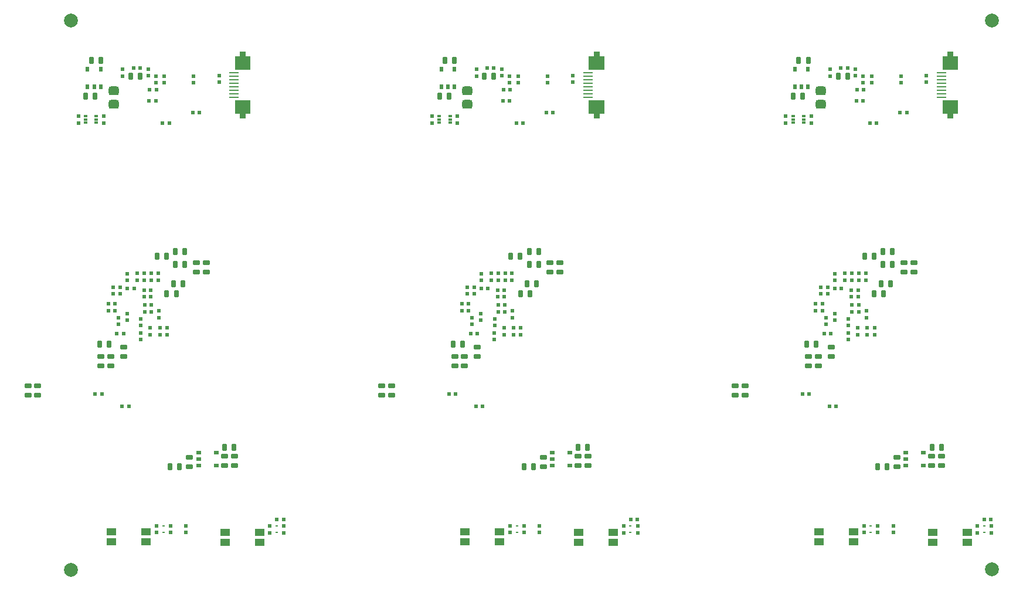
<source format=gbp>
G04 Layer_Color=128*
%FSLAX24Y24*%
%MOIN*%
G70*
G01*
G75*
G04:AMPARAMS|DCode=11|XSize=78.7mil|YSize=78.7mil|CornerRadius=39.4mil|HoleSize=0mil|Usage=FLASHONLY|Rotation=90.000|XOffset=0mil|YOffset=0mil|HoleType=Round|Shape=RoundedRectangle|*
%AMROUNDEDRECTD11*
21,1,0.0787,0.0000,0,0,90.0*
21,1,0.0000,0.0787,0,0,90.0*
1,1,0.0787,0.0000,0.0000*
1,1,0.0787,0.0000,0.0000*
1,1,0.0787,0.0000,0.0000*
1,1,0.0787,0.0000,0.0000*
%
%ADD11ROUNDEDRECTD11*%
G04:AMPARAMS|DCode=114|XSize=20mil|YSize=22mil|CornerRadius=3.4mil|HoleSize=0mil|Usage=FLASHONLY|Rotation=270.000|XOffset=0mil|YOffset=0mil|HoleType=Round|Shape=RoundedRectangle|*
%AMROUNDEDRECTD114*
21,1,0.0200,0.0152,0,0,270.0*
21,1,0.0132,0.0220,0,0,270.0*
1,1,0.0068,-0.0076,-0.0066*
1,1,0.0068,-0.0076,0.0066*
1,1,0.0068,0.0076,0.0066*
1,1,0.0068,0.0076,-0.0066*
%
%ADD114ROUNDEDRECTD114*%
G04:AMPARAMS|DCode=115|XSize=27.1mil|YSize=37.4mil|CornerRadius=4.8mil|HoleSize=0mil|Usage=FLASHONLY|Rotation=180.000|XOffset=0mil|YOffset=0mil|HoleType=Round|Shape=RoundedRectangle|*
%AMROUNDEDRECTD115*
21,1,0.0271,0.0277,0,0,180.0*
21,1,0.0175,0.0374,0,0,180.0*
1,1,0.0097,-0.0087,0.0139*
1,1,0.0097,0.0087,0.0139*
1,1,0.0097,0.0087,-0.0139*
1,1,0.0097,-0.0087,-0.0139*
%
%ADD115ROUNDEDRECTD115*%
G04:AMPARAMS|DCode=116|XSize=27.1mil|YSize=37.4mil|CornerRadius=4.8mil|HoleSize=0mil|Usage=FLASHONLY|Rotation=90.000|XOffset=0mil|YOffset=0mil|HoleType=Round|Shape=RoundedRectangle|*
%AMROUNDEDRECTD116*
21,1,0.0271,0.0277,0,0,90.0*
21,1,0.0175,0.0374,0,0,90.0*
1,1,0.0097,0.0139,0.0087*
1,1,0.0097,0.0139,-0.0087*
1,1,0.0097,-0.0139,-0.0087*
1,1,0.0097,-0.0139,0.0087*
%
%ADD116ROUNDEDRECTD116*%
G04:AMPARAMS|DCode=117|XSize=20mil|YSize=22mil|CornerRadius=3.4mil|HoleSize=0mil|Usage=FLASHONLY|Rotation=0.000|XOffset=0mil|YOffset=0mil|HoleType=Round|Shape=RoundedRectangle|*
%AMROUNDEDRECTD117*
21,1,0.0200,0.0152,0,0,0.0*
21,1,0.0132,0.0220,0,0,0.0*
1,1,0.0068,0.0066,-0.0076*
1,1,0.0068,-0.0066,-0.0076*
1,1,0.0068,-0.0066,0.0076*
1,1,0.0068,0.0066,0.0076*
%
%ADD117ROUNDEDRECTD117*%
G04:AMPARAMS|DCode=124|XSize=50mil|YSize=58mil|CornerRadius=12mil|HoleSize=0mil|Usage=FLASHONLY|Rotation=90.000|XOffset=0mil|YOffset=0mil|HoleType=Round|Shape=RoundedRectangle|*
%AMROUNDEDRECTD124*
21,1,0.0500,0.0340,0,0,90.0*
21,1,0.0260,0.0580,0,0,90.0*
1,1,0.0240,0.0170,0.0130*
1,1,0.0240,0.0170,-0.0130*
1,1,0.0240,-0.0170,-0.0130*
1,1,0.0240,-0.0170,0.0130*
%
%ADD124ROUNDEDRECTD124*%
%ADD187R,0.0531X0.0098*%
%ADD188R,0.0216X0.0315*%
%ADD189R,0.0315X0.0216*%
%ADD190R,0.0138X0.0098*%
%ADD191R,0.0531X0.0393*%
%ADD192R,0.0236X0.0118*%
G36*
X53936Y30496D02*
X53937Y30493D01*
X53938Y30491D01*
X53939Y30489D01*
X53941Y30487D01*
X53944Y30486D01*
X53946Y30486D01*
X54212D01*
Y29738D01*
X53326D01*
Y30486D01*
X53592D01*
X53595Y30486D01*
X53597Y30487D01*
X53599Y30489D01*
X53601Y30491D01*
X53602Y30493D01*
X53602Y30496D01*
Y30762D01*
X53936D01*
Y30496D01*
D02*
G37*
G36*
X33825D02*
X33825Y30493D01*
X33826Y30491D01*
X33828Y30489D01*
X33830Y30487D01*
X33832Y30486D01*
X33835Y30486D01*
X34100D01*
Y29738D01*
X33215D01*
Y30486D01*
X33481D01*
X33483Y30486D01*
X33486Y30487D01*
X33488Y30489D01*
X33489Y30491D01*
X33490Y30493D01*
X33491Y30496D01*
Y30762D01*
X33825D01*
Y30496D01*
D02*
G37*
G36*
X13713D02*
X13714Y30493D01*
X13715Y30491D01*
X13716Y30489D01*
X13719Y30487D01*
X13721Y30486D01*
X13724Y30486D01*
X13989D01*
Y29738D01*
X13104D01*
Y30486D01*
X13369D01*
X13372Y30486D01*
X13374Y30487D01*
X13376Y30489D01*
X13378Y30491D01*
X13379Y30493D01*
X13379Y30496D01*
Y30762D01*
X13713D01*
Y30496D01*
D02*
G37*
G36*
X54212Y27238D02*
X53946D01*
X53944Y27238D01*
X53941Y27237D01*
X53939Y27235D01*
X53938Y27233D01*
X53937Y27231D01*
X53936Y27228D01*
Y26963D01*
X53602D01*
Y27228D01*
X53602Y27231D01*
X53601Y27233D01*
X53599Y27235D01*
X53597Y27237D01*
X53595Y27238D01*
X53592Y27238D01*
X53326D01*
Y27986D01*
X54212D01*
Y27238D01*
D02*
G37*
G36*
X34100D02*
X33835D01*
X33832Y27238D01*
X33830Y27237D01*
X33828Y27235D01*
X33826Y27233D01*
X33825Y27231D01*
X33825Y27228D01*
Y26963D01*
X33491D01*
Y27228D01*
X33490Y27231D01*
X33489Y27233D01*
X33488Y27235D01*
X33486Y27237D01*
X33483Y27238D01*
X33481Y27238D01*
X33215D01*
Y27986D01*
X34100D01*
Y27238D01*
D02*
G37*
G36*
X13989D02*
X13724D01*
X13721Y27238D01*
X13719Y27237D01*
X13716Y27235D01*
X13715Y27233D01*
X13714Y27231D01*
X13713Y27228D01*
Y26963D01*
X13379D01*
Y27228D01*
X13379Y27231D01*
X13378Y27233D01*
X13376Y27235D01*
X13374Y27237D01*
X13372Y27238D01*
X13369Y27238D01*
X13104D01*
Y27986D01*
X13989D01*
Y27238D01*
D02*
G37*
D11*
X3789Y32519D02*
D03*
X56151D02*
D03*
Y1319D02*
D03*
X3789Y1289D02*
D03*
D114*
X10310Y3796D02*
D03*
Y3419D02*
D03*
X9237Y15046D02*
D03*
Y14669D02*
D03*
X4191Y26706D02*
D03*
Y27085D02*
D03*
X8777Y15639D02*
D03*
Y16018D02*
D03*
X8737Y17772D02*
D03*
Y18149D02*
D03*
X8347Y18146D02*
D03*
Y17769D02*
D03*
X6587Y17366D02*
D03*
Y16989D02*
D03*
X7747Y15576D02*
D03*
Y15199D02*
D03*
X6187Y16992D02*
D03*
Y17369D02*
D03*
X8827Y14672D02*
D03*
Y15049D02*
D03*
X8287Y14672D02*
D03*
Y15049D02*
D03*
X6477Y15626D02*
D03*
Y15249D02*
D03*
X7557Y17772D02*
D03*
Y18149D02*
D03*
X7957Y18146D02*
D03*
Y17769D02*
D03*
X6987Y17752D02*
D03*
Y18129D02*
D03*
X6977Y15492D02*
D03*
Y15869D02*
D03*
X6721Y29372D02*
D03*
Y29749D02*
D03*
X10751Y29364D02*
D03*
Y28987D02*
D03*
X9081Y29364D02*
D03*
Y28987D02*
D03*
X8601Y29364D02*
D03*
Y28987D02*
D03*
X8160Y29393D02*
D03*
Y29770D02*
D03*
X15880Y3405D02*
D03*
Y3784D02*
D03*
X9434Y3420D02*
D03*
Y3799D02*
D03*
X12191Y29398D02*
D03*
Y29019D02*
D03*
X15083Y3405D02*
D03*
Y3784D02*
D03*
X8636Y3420D02*
D03*
Y3799D02*
D03*
X7738Y14379D02*
D03*
Y14756D02*
D03*
X5641Y26706D02*
D03*
Y27085D02*
D03*
X30421Y3796D02*
D03*
Y3419D02*
D03*
X29348Y15046D02*
D03*
Y14669D02*
D03*
X24302Y26706D02*
D03*
Y27085D02*
D03*
X28888Y15639D02*
D03*
Y16018D02*
D03*
X28848Y17772D02*
D03*
Y18149D02*
D03*
X28458Y18146D02*
D03*
Y17769D02*
D03*
X26698Y17366D02*
D03*
Y16989D02*
D03*
X27858Y15576D02*
D03*
Y15199D02*
D03*
X26298Y16992D02*
D03*
Y17369D02*
D03*
X28938Y14672D02*
D03*
Y15049D02*
D03*
X28398Y14672D02*
D03*
Y15049D02*
D03*
X26588Y15626D02*
D03*
Y15249D02*
D03*
X27668Y17772D02*
D03*
Y18149D02*
D03*
X28068Y18146D02*
D03*
Y17769D02*
D03*
X27098Y17752D02*
D03*
Y18129D02*
D03*
X27088Y15492D02*
D03*
Y15869D02*
D03*
X26832Y29372D02*
D03*
Y29749D02*
D03*
X30862Y29364D02*
D03*
Y28987D02*
D03*
X29192Y29364D02*
D03*
Y28987D02*
D03*
X28712Y29364D02*
D03*
Y28987D02*
D03*
X28271Y29393D02*
D03*
Y29770D02*
D03*
X35992Y3405D02*
D03*
Y3784D02*
D03*
X29545Y3420D02*
D03*
Y3799D02*
D03*
X32302Y29398D02*
D03*
Y29019D02*
D03*
X35194Y3405D02*
D03*
Y3784D02*
D03*
X28748Y3420D02*
D03*
Y3799D02*
D03*
X27849Y14379D02*
D03*
Y14756D02*
D03*
X25752Y26706D02*
D03*
Y27085D02*
D03*
X50533Y3796D02*
D03*
Y3419D02*
D03*
X49459Y15046D02*
D03*
Y14669D02*
D03*
X44414Y26706D02*
D03*
Y27085D02*
D03*
X48999Y15639D02*
D03*
Y16018D02*
D03*
X48959Y17772D02*
D03*
Y18149D02*
D03*
X48569Y18146D02*
D03*
Y17769D02*
D03*
X46809Y17366D02*
D03*
Y16989D02*
D03*
X47969Y15576D02*
D03*
Y15199D02*
D03*
X46409Y16992D02*
D03*
Y17369D02*
D03*
X49049Y14672D02*
D03*
Y15049D02*
D03*
X48509Y14672D02*
D03*
Y15049D02*
D03*
X46699Y15626D02*
D03*
Y15249D02*
D03*
X47779Y17772D02*
D03*
Y18149D02*
D03*
X48179Y18146D02*
D03*
Y17769D02*
D03*
X47209Y17752D02*
D03*
Y18129D02*
D03*
X47199Y15492D02*
D03*
Y15869D02*
D03*
X46944Y29372D02*
D03*
Y29749D02*
D03*
X50974Y29364D02*
D03*
Y28987D02*
D03*
X49304Y29364D02*
D03*
Y28987D02*
D03*
X48824Y29364D02*
D03*
Y28987D02*
D03*
X48383Y29393D02*
D03*
Y29770D02*
D03*
X56103Y3405D02*
D03*
Y3784D02*
D03*
X49656Y3420D02*
D03*
Y3799D02*
D03*
X52414Y29398D02*
D03*
Y29019D02*
D03*
X55306Y3405D02*
D03*
Y3784D02*
D03*
X48859Y3420D02*
D03*
Y3799D02*
D03*
X47960Y14379D02*
D03*
Y14756D02*
D03*
X45864Y26706D02*
D03*
Y27085D02*
D03*
D115*
X10256Y19409D02*
D03*
X9720D02*
D03*
X9604Y17577D02*
D03*
X10140D02*
D03*
X9413Y7169D02*
D03*
X9949D02*
D03*
X8669Y19119D02*
D03*
X9204D02*
D03*
X10250Y18649D02*
D03*
X9714D02*
D03*
X9760Y17005D02*
D03*
X9224D02*
D03*
X5935Y14138D02*
D03*
X5399D02*
D03*
X12502Y8269D02*
D03*
X13038D02*
D03*
X7173Y29369D02*
D03*
X7709D02*
D03*
X4935Y30276D02*
D03*
X5470D02*
D03*
X4613Y28223D02*
D03*
X5149D02*
D03*
X30367Y19409D02*
D03*
X29831D02*
D03*
X29716Y17577D02*
D03*
X30251D02*
D03*
X29525Y7169D02*
D03*
X30060D02*
D03*
X28780Y19119D02*
D03*
X29316D02*
D03*
X30361Y18649D02*
D03*
X29826D02*
D03*
X29871Y17005D02*
D03*
X29336D02*
D03*
X26046Y14138D02*
D03*
X25510D02*
D03*
X32614Y8269D02*
D03*
X33149D02*
D03*
X27285Y29369D02*
D03*
X27820D02*
D03*
X25046Y30276D02*
D03*
X25581D02*
D03*
X24725Y28223D02*
D03*
X25260D02*
D03*
X50478Y19409D02*
D03*
X49943D02*
D03*
X49827Y17577D02*
D03*
X50363D02*
D03*
X49636Y7169D02*
D03*
X50172D02*
D03*
X48892Y19119D02*
D03*
X49427D02*
D03*
X50473Y18649D02*
D03*
X49937D02*
D03*
X49983Y17005D02*
D03*
X49447D02*
D03*
X46157Y14138D02*
D03*
X45622D02*
D03*
X52725Y8269D02*
D03*
X53260D02*
D03*
X47396Y29369D02*
D03*
X47932D02*
D03*
X45157Y30276D02*
D03*
X45693D02*
D03*
X44836Y28223D02*
D03*
X45372D02*
D03*
D116*
X6040Y12879D02*
D03*
Y13415D02*
D03*
X11478Y18763D02*
D03*
Y18228D02*
D03*
X5480Y13415D02*
D03*
Y12879D02*
D03*
X13060Y7757D02*
D03*
Y7222D02*
D03*
X6772Y13978D02*
D03*
Y13443D02*
D03*
X10906Y18228D02*
D03*
Y18763D02*
D03*
X12497Y7758D02*
D03*
Y7222D02*
D03*
X10513Y7173D02*
D03*
Y7708D02*
D03*
X1883Y11222D02*
D03*
Y11757D02*
D03*
X1333Y11222D02*
D03*
Y11757D02*
D03*
X26151Y12879D02*
D03*
Y13415D02*
D03*
X31589Y18763D02*
D03*
Y18228D02*
D03*
X25591Y13415D02*
D03*
Y12879D02*
D03*
X33171Y7757D02*
D03*
Y7222D02*
D03*
X26883Y13978D02*
D03*
Y13443D02*
D03*
X31017Y18228D02*
D03*
Y18763D02*
D03*
X32608Y7758D02*
D03*
Y7222D02*
D03*
X30625Y7173D02*
D03*
Y7708D02*
D03*
X21994Y11222D02*
D03*
Y11757D02*
D03*
X21444Y11222D02*
D03*
Y11757D02*
D03*
X46262Y12879D02*
D03*
Y13415D02*
D03*
X51700Y18763D02*
D03*
Y18228D02*
D03*
X45703Y13415D02*
D03*
Y12879D02*
D03*
X53283Y7757D02*
D03*
Y7222D02*
D03*
X46994Y13978D02*
D03*
Y13443D02*
D03*
X51128Y18228D02*
D03*
Y18763D02*
D03*
X52720Y7758D02*
D03*
Y7222D02*
D03*
X50736Y7173D02*
D03*
Y7708D02*
D03*
X42105Y11222D02*
D03*
Y11757D02*
D03*
X41555Y11222D02*
D03*
Y11757D02*
D03*
D117*
X15867Y4169D02*
D03*
X15490D02*
D03*
X7060Y10599D02*
D03*
X6683D02*
D03*
X5527Y11299D02*
D03*
X5150D02*
D03*
X5900Y16439D02*
D03*
X6277D02*
D03*
X6274Y16029D02*
D03*
X5897D02*
D03*
X8304Y17209D02*
D03*
X7927D02*
D03*
X7930Y16829D02*
D03*
X8307D02*
D03*
X8344Y15969D02*
D03*
X7967D02*
D03*
X7965Y16377D02*
D03*
X8342D02*
D03*
X6390Y14739D02*
D03*
X6767D02*
D03*
X7364Y17289D02*
D03*
X6987D02*
D03*
X8214Y27977D02*
D03*
X8591D02*
D03*
X8984Y26689D02*
D03*
X9361D02*
D03*
X11078Y27287D02*
D03*
X10701D02*
D03*
X7331Y29839D02*
D03*
X7708D02*
D03*
X8631Y28599D02*
D03*
X8254D02*
D03*
X35978Y4169D02*
D03*
X35601D02*
D03*
X27171Y10599D02*
D03*
X26794D02*
D03*
X25638Y11299D02*
D03*
X25261D02*
D03*
X26011Y16439D02*
D03*
X26388D02*
D03*
X26385Y16029D02*
D03*
X26008D02*
D03*
X28415Y17209D02*
D03*
X28038D02*
D03*
X28041Y16829D02*
D03*
X28418D02*
D03*
X28455Y15969D02*
D03*
X28078D02*
D03*
X28077Y16377D02*
D03*
X28454D02*
D03*
X26501Y14739D02*
D03*
X26878D02*
D03*
X27475Y17289D02*
D03*
X27098D02*
D03*
X28325Y27977D02*
D03*
X28702D02*
D03*
X29095Y26689D02*
D03*
X29472D02*
D03*
X31189Y27287D02*
D03*
X30812D02*
D03*
X27442Y29839D02*
D03*
X27819D02*
D03*
X28742Y28599D02*
D03*
X28365D02*
D03*
X56090Y4169D02*
D03*
X55713D02*
D03*
X47283Y10599D02*
D03*
X46906D02*
D03*
X45750Y11299D02*
D03*
X45373D02*
D03*
X46122Y16439D02*
D03*
X46499D02*
D03*
X46496Y16029D02*
D03*
X46119D02*
D03*
X48526Y17209D02*
D03*
X48149D02*
D03*
X48152Y16829D02*
D03*
X48529D02*
D03*
X48566Y15969D02*
D03*
X48189D02*
D03*
X48188Y16377D02*
D03*
X48565D02*
D03*
X46612Y14739D02*
D03*
X46989D02*
D03*
X47586Y17289D02*
D03*
X47209D02*
D03*
X48437Y27977D02*
D03*
X48814D02*
D03*
X49207Y26689D02*
D03*
X49584D02*
D03*
X51301Y27287D02*
D03*
X50924D02*
D03*
X47554Y29839D02*
D03*
X47931D02*
D03*
X48854Y28599D02*
D03*
X48477D02*
D03*
D124*
X6201Y27759D02*
D03*
Y28513D02*
D03*
X26312Y27759D02*
D03*
Y28513D02*
D03*
X46424Y27759D02*
D03*
Y28513D02*
D03*
D187*
X13054Y28173D02*
D03*
Y28370D02*
D03*
Y28567D02*
D03*
Y28764D02*
D03*
Y28961D02*
D03*
Y29157D02*
D03*
Y29354D02*
D03*
Y29551D02*
D03*
X33166Y28173D02*
D03*
Y28370D02*
D03*
Y28567D02*
D03*
Y28764D02*
D03*
Y28961D02*
D03*
Y29157D02*
D03*
Y29354D02*
D03*
Y29551D02*
D03*
X53277Y28173D02*
D03*
Y28370D02*
D03*
Y28567D02*
D03*
Y28764D02*
D03*
Y28961D02*
D03*
Y29157D02*
D03*
Y29354D02*
D03*
Y29551D02*
D03*
D188*
X5465Y29764D02*
D03*
X4717D02*
D03*
Y28761D02*
D03*
X5091D02*
D03*
X5465D02*
D03*
X25576Y29764D02*
D03*
X24828D02*
D03*
Y28761D02*
D03*
X25202D02*
D03*
X25576D02*
D03*
X45688Y29764D02*
D03*
X44940D02*
D03*
Y28761D02*
D03*
X45314D02*
D03*
X45688D02*
D03*
D189*
X12032Y7225D02*
D03*
Y7973D02*
D03*
X11028D02*
D03*
Y7599D02*
D03*
Y7225D02*
D03*
X32143D02*
D03*
Y7973D02*
D03*
X31139D02*
D03*
Y7599D02*
D03*
Y7225D02*
D03*
X52255D02*
D03*
Y7973D02*
D03*
X51251D02*
D03*
Y7599D02*
D03*
Y7225D02*
D03*
D190*
X9030Y3442D02*
D03*
Y3797D02*
D03*
X15477Y3438D02*
D03*
Y3792D02*
D03*
X29141Y3442D02*
D03*
Y3797D02*
D03*
X35588Y3438D02*
D03*
Y3792D02*
D03*
X49253Y3442D02*
D03*
Y3797D02*
D03*
X55700Y3438D02*
D03*
Y3792D02*
D03*
D191*
X12537Y2872D02*
D03*
X14505D02*
D03*
X12537Y3443D02*
D03*
X14505D02*
D03*
X8045Y3453D02*
D03*
X6077D02*
D03*
X8045Y2882D02*
D03*
X6077D02*
D03*
X32648Y2872D02*
D03*
X34617D02*
D03*
X32648Y3443D02*
D03*
X34617D02*
D03*
X28157Y3453D02*
D03*
X26188D02*
D03*
X28157Y2882D02*
D03*
X26188D02*
D03*
X52760Y2872D02*
D03*
X54728D02*
D03*
X52760Y3443D02*
D03*
X54728D02*
D03*
X48268Y3453D02*
D03*
X46300D02*
D03*
X48268Y2882D02*
D03*
X46300D02*
D03*
D192*
X4606Y27106D02*
D03*
Y26909D02*
D03*
Y26713D02*
D03*
X5216D02*
D03*
Y26909D02*
D03*
Y27106D02*
D03*
X24717D02*
D03*
Y26909D02*
D03*
Y26713D02*
D03*
X25328D02*
D03*
Y26909D02*
D03*
Y27106D02*
D03*
X44829D02*
D03*
Y26909D02*
D03*
Y26713D02*
D03*
X45439D02*
D03*
Y26909D02*
D03*
Y27106D02*
D03*
M02*

</source>
